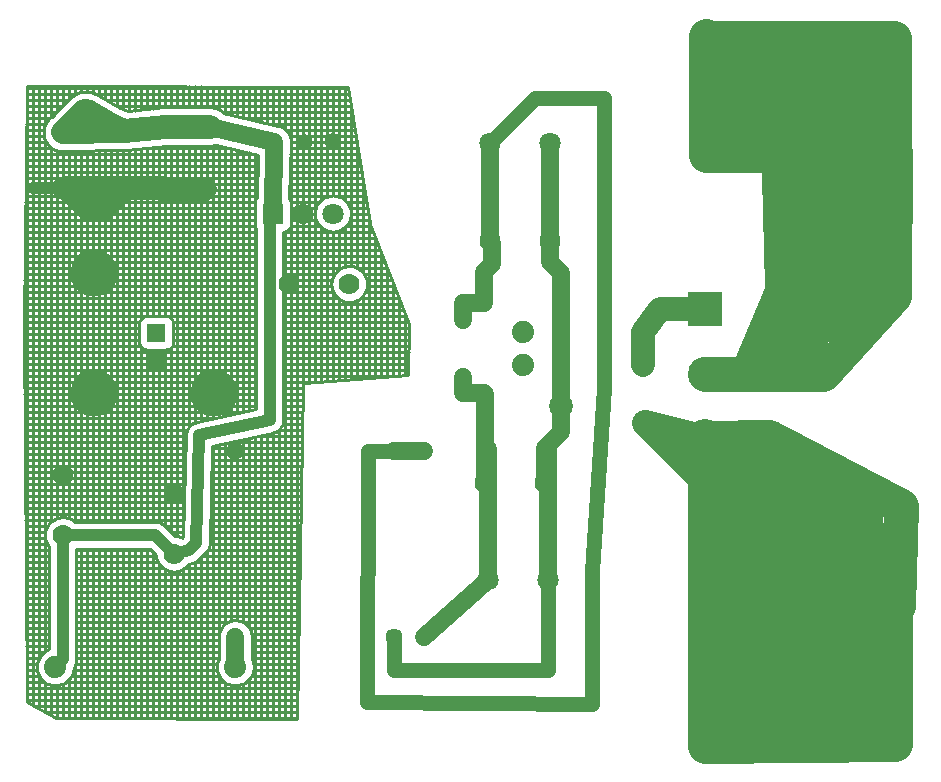
<source format=gbl>
G04 Layer: BottomLayer*
G04 EasyEDA v6.5.34, 2023-10-25 23:35:01*
G04 b0c90d07580345d6a9a575a3640b0f1e,d8e1fe4a71354f51b54a745932dbb16f,10*
G04 Gerber Generator version 0.2*
G04 Scale: 100 percent, Rotated: No, Reflected: No *
G04 Dimensions in millimeters *
G04 leading zeros omitted , absolute positions ,4 integer and 5 decimal *
%FSLAX45Y45*%
%MOMM*%

%ADD10C,3.0000*%
%ADD11C,1.5000*%
%ADD12C,2.3000*%
%ADD13C,2.1000*%
%ADD14C,1.2500*%
%ADD15C,2.0000*%
%ADD16C,1.0000*%
%ADD17C,3.2000*%
%ADD18C,2.2000*%
%ADD19C,0.2540*%
%ADD20R,1.5748X1.5748*%
%ADD21C,2.9000*%
%ADD22R,2.9000X2.9000*%
%ADD23C,1.8796*%
%ADD24C,1.9000*%
%ADD25C,1.8000*%
%ADD26C,1.4000*%
%ADD27C,1.7780*%
%ADD28R,1.8000X1.8000*%
%ADD29C,4.0000*%
%ADD30C,1.4500*%
%ADD31C,0.0144*%

%LPD*%
D10*
X5854700Y1600200D02*
G01*
X5854700Y1600200D01*
X5854700Y609549D01*
X5854700Y3214166D02*
G01*
X5854700Y1600200D01*
D11*
X4542586Y5715000D02*
G01*
X4542586Y4881422D01*
X4544006Y4880000D01*
X4543996Y4880000D01*
D12*
X5346700Y3340100D02*
G01*
X5854700Y3214164D01*
X5854700Y3214164D01*
D13*
X5854700Y3214166D02*
G01*
X5867400Y3201466D01*
X5867400Y2806700D01*
D14*
X4032605Y5715000D02*
G01*
X4413605Y6096000D01*
X5003800Y6096000D01*
X5003192Y4441162D01*
X5003192Y3634130D01*
X4901592Y2089355D01*
X4901592Y961593D01*
X2997200Y977900D01*
X3004207Y3107893D01*
X3085492Y3107893D01*
X3225192Y3107893D01*
D15*
X939190Y5330164D02*
G01*
X1263522Y5330164D01*
X1269390Y5324297D01*
X431190Y5330164D02*
G01*
X461055Y5330164D01*
X635010Y5156210D01*
X635010Y5156210D02*
G01*
X765235Y5156210D01*
X939190Y5330164D01*
X431190Y5330164D02*
G01*
X939190Y5330164D01*
X1269390Y5324297D02*
G01*
X1624990Y5324297D01*
X622310Y5981710D02*
G01*
X600135Y5981710D01*
X431190Y5812764D01*
D11*
X4000500Y3136900D02*
G01*
X3996004Y3132404D01*
X3996004Y2829991D01*
X3987192Y4359097D02*
G01*
X3987192Y4622192D01*
X4051300Y4686300D01*
X4051300Y4686300D02*
G01*
X4051300Y4864709D01*
X4036009Y4880000D01*
X4036006Y4880000D02*
G01*
X4036006Y5711598D01*
X4032605Y5715000D01*
X4508500Y3136900D02*
G01*
X4504004Y3132404D01*
X4504004Y2829991D01*
X4544009Y4880000D02*
G01*
X4544009Y4701590D01*
X4559300Y4686300D01*
X1878990Y1532864D02*
G01*
X1878990Y1277010D01*
D16*
X2196490Y5114264D02*
G01*
X2171090Y5088864D01*
X2171090Y3369967D01*
D11*
X3479190Y3107664D02*
G01*
X3328649Y3107664D01*
X3225190Y3107664D01*
X4000500Y3136900D02*
G01*
X4016611Y3120788D01*
X4016611Y2015462D01*
X3996004Y2829991D02*
G01*
X3996004Y3588283D01*
X3987192Y3597097D01*
X4526582Y2015462D02*
G01*
X4526582Y3118817D01*
X4508500Y3136900D01*
X3479190Y1533552D02*
G01*
X3479190Y1532864D01*
X4016608Y2015464D01*
D14*
X3225190Y1533552D02*
G01*
X3225190Y1254152D01*
X4526579Y1253390D01*
X4526579Y1663090D01*
X4526579Y2015464D01*
D11*
X4634892Y3482797D02*
G01*
X4634892Y4610707D01*
X4559300Y4686300D01*
D16*
X431190Y5330164D02*
G01*
X164490Y5330164D01*
D15*
X5334000Y3835400D02*
G01*
X5334000Y4114800D01*
D11*
X4504004Y2829991D02*
G01*
X4504004Y3132404D01*
X4634892Y3263292D01*
X4634892Y3482797D01*
D10*
X5867400Y5613400D02*
G01*
X6400800Y5613400D01*
D15*
X6464300Y4495800D02*
G01*
X6438900Y5435600D01*
D10*
X7200900Y4177233D02*
G01*
X6921500Y4177233D01*
D15*
X1294790Y5850864D02*
G01*
X1663090Y5850864D01*
D11*
X1663090Y5850864D02*
G01*
X2209190Y5723864D01*
X2209190Y5723864D01*
D15*
X1294790Y5850864D02*
G01*
X1294790Y5850864D01*
X939190Y5812764D01*
D10*
X7467600Y5638800D02*
G01*
X7454900Y4419600D01*
X7429500Y4394200D01*
X7454900Y6604000D02*
G01*
X5880100Y6604000D01*
X5867400Y6616700D01*
X5867400Y6616700D02*
G01*
X5867400Y5613400D01*
D15*
X6261100Y1816100D02*
G01*
X6197600Y2057400D01*
X5905500Y1739900D01*
X6286500Y1765300D01*
D10*
X7467600Y622249D02*
G01*
X5861050Y609549D01*
D15*
X5854700Y1600200D02*
G01*
X5854700Y1092200D01*
X5854700Y1600200D02*
G01*
X5854700Y609600D01*
D11*
X3987190Y3597097D02*
G01*
X3809390Y3597097D01*
X3810000Y3733800D01*
X3810000Y4216400D02*
G01*
X3809390Y4359097D01*
X3987190Y4359097D01*
D15*
X5854700Y4304233D02*
G01*
X5474743Y4304233D01*
X5334000Y4114800D01*
X5334000Y4114749D01*
D10*
X5854700Y3759172D02*
G01*
X6210300Y3759174D01*
X6578600Y4622800D01*
D17*
X5854700Y3214164D02*
G01*
X6642100Y2895600D01*
X6629400Y1803349D01*
D10*
X5854700Y3214164D02*
G01*
X6896100Y2947873D01*
X6807200Y1828800D01*
D18*
X5346700Y3340100D02*
G01*
X5827839Y2858960D01*
X5854700Y2858960D01*
D10*
X7429500Y4394200D02*
G01*
X6858000Y3759200D01*
X7429500Y4394200D02*
G01*
X6858000Y3759200D01*
X5854700Y3759174D01*
X7493000Y1790700D02*
G01*
X7518400Y2641549D01*
X6400800Y3225800D01*
X5854700Y3214164D01*
D16*
X1358900Y2235200D02*
G01*
X1358900Y2235197D01*
X1485292Y2263597D01*
X1548792Y2327097D01*
X1574800Y3238500D01*
X2171092Y3369513D01*
X1358900Y2235197D02*
G01*
X1202484Y2391613D01*
X419100Y2391613D01*
X419100Y2391613D02*
G01*
X419100Y1341119D01*
X354990Y1277010D01*
X419100Y2391613D02*
G01*
X808017Y2391613D01*
D15*
X939190Y5812764D02*
G01*
X419100Y5803900D01*
X622300Y5981700D02*
G01*
X825500Y5867400D01*
X939190Y5812764D01*
D11*
X2209190Y5723864D02*
G01*
X2209190Y5723864D01*
X2196490Y5114264D01*
D19*
X2400275Y838478D02*
G01*
X358939Y842460D01*
X358939Y842460D02*
G01*
X114493Y976905D01*
X114493Y976905D02*
G01*
X89154Y4178270D01*
X89154Y4178270D02*
G01*
X114392Y6197286D01*
X114392Y6197286D02*
G01*
X2833778Y6184696D01*
X2833778Y6184696D02*
G01*
X3022514Y5027115D01*
X3022514Y5027115D02*
G01*
X3023223Y5024513D01*
X3023223Y5024513D02*
G01*
X3352476Y4176053D01*
X3352476Y4176053D02*
G01*
X3340186Y3745886D01*
X3340186Y3745886D02*
G01*
X2462876Y3683220D01*
X2462876Y3683220D02*
G01*
X2458002Y3681884D01*
X2458002Y3681884D02*
G01*
X2454010Y3678783D01*
X2454010Y3678783D02*
G01*
X2451509Y3674391D01*
X2451509Y3674391D02*
G01*
X2450848Y3670531D01*
X2450848Y3670531D02*
G01*
X2400275Y838478D01*
X337361Y1120545D02*
G01*
X354990Y1119555D01*
X354990Y1119555D02*
G01*
X372619Y1120545D01*
X372619Y1120545D02*
G01*
X390027Y1123503D01*
X390027Y1123503D02*
G01*
X406994Y1128391D01*
X406994Y1128391D02*
G01*
X423307Y1135148D01*
X423307Y1135148D02*
G01*
X438761Y1143689D01*
X438761Y1143689D02*
G01*
X453161Y1153907D01*
X453161Y1153907D02*
G01*
X466327Y1165673D01*
X466327Y1165673D02*
G01*
X478093Y1178839D01*
X478093Y1178839D02*
G01*
X488310Y1193239D01*
X488310Y1193239D02*
G01*
X496852Y1208693D01*
X496852Y1208693D02*
G01*
X503609Y1225006D01*
X503609Y1225006D02*
G01*
X508497Y1241973D01*
X508497Y1241973D02*
G01*
X511454Y1259381D01*
X511454Y1259381D02*
G01*
X512445Y1277009D01*
X512445Y1277009D02*
G01*
X517371Y1284382D01*
X517371Y1284382D02*
G01*
X523936Y1297695D01*
X523936Y1297695D02*
G01*
X528707Y1311750D01*
X528707Y1311750D02*
G01*
X531603Y1326308D01*
X531603Y1326308D02*
G01*
X532574Y1341119D01*
X532574Y1341119D02*
G01*
X532574Y2278138D01*
X532574Y2278138D02*
G01*
X1155481Y2278138D01*
X1155481Y2278138D02*
G01*
X1206946Y2226674D01*
X1206946Y2226674D02*
G01*
X1208076Y2213514D01*
X1208076Y2213514D02*
G01*
X1211531Y2196463D01*
X1211531Y2196463D02*
G01*
X1216907Y2179917D01*
X1216907Y2179917D02*
G01*
X1224134Y2164091D01*
X1224134Y2164091D02*
G01*
X1233118Y2149193D01*
X1233118Y2149193D02*
G01*
X1243743Y2135415D01*
X1243743Y2135415D02*
G01*
X1255868Y2122939D01*
X1255868Y2122939D02*
G01*
X1269336Y2111926D01*
X1269336Y2111926D02*
G01*
X1283972Y2102520D01*
X1283972Y2102520D02*
G01*
X1299585Y2094844D01*
X1299585Y2094844D02*
G01*
X1315971Y2088997D01*
X1315971Y2088997D02*
G01*
X1332916Y2085057D01*
X1332916Y2085057D02*
G01*
X1350201Y2083073D01*
X1350201Y2083073D02*
G01*
X1367598Y2083073D01*
X1367598Y2083073D02*
G01*
X1384883Y2085057D01*
X1384883Y2085057D02*
G01*
X1401828Y2088997D01*
X1401828Y2088997D02*
G01*
X1418214Y2094844D01*
X1418214Y2094844D02*
G01*
X1433827Y2102520D01*
X1433827Y2102520D02*
G01*
X1448463Y2111926D01*
X1448463Y2111926D02*
G01*
X1461931Y2122939D01*
X1461931Y2122939D02*
G01*
X1474056Y2135415D01*
X1474056Y2135415D02*
G01*
X1482780Y2146729D01*
X1482780Y2146729D02*
G01*
X1510169Y2152883D01*
X1510169Y2152883D02*
G01*
X1514662Y2153989D01*
X1514662Y2153989D02*
G01*
X1524407Y2157077D01*
X1524407Y2157077D02*
G01*
X1528717Y2158760D01*
X1528717Y2158760D02*
G01*
X1537977Y2163094D01*
X1537977Y2163094D02*
G01*
X1542030Y2165325D01*
X1542030Y2165325D02*
G01*
X1550644Y2170830D01*
X1550644Y2170830D02*
G01*
X1554371Y2173571D01*
X1554371Y2173571D02*
G01*
X1562193Y2180154D01*
X1562193Y2180154D02*
G01*
X1565531Y2183358D01*
X1565531Y2183358D02*
G01*
X1629031Y2246858D01*
X1629031Y2246858D02*
G01*
X1636811Y2255478D01*
X1636811Y2255478D02*
G01*
X1638818Y2258018D01*
X1638818Y2258018D02*
G01*
X1645406Y2267579D01*
X1645406Y2267579D02*
G01*
X1647064Y2270359D01*
X1647064Y2270359D02*
G01*
X1652348Y2280699D01*
X1652348Y2280699D02*
G01*
X1653629Y2283672D01*
X1653629Y2283672D02*
G01*
X1657518Y2294613D01*
X1657518Y2294613D02*
G01*
X1658400Y2297727D01*
X1658400Y2297727D02*
G01*
X1660828Y2309082D01*
X1660828Y2309082D02*
G01*
X1661296Y2312285D01*
X1661296Y2312285D02*
G01*
X1662221Y2323860D01*
X1662221Y2323860D02*
G01*
X1685700Y3146685D01*
X1685700Y3146685D02*
G01*
X2195443Y3258682D01*
X2195443Y3258682D02*
G01*
X2209701Y3262808D01*
X2209701Y3262808D02*
G01*
X2223299Y3268761D01*
X2223299Y3268761D02*
G01*
X2236003Y3276437D01*
X2236003Y3276437D02*
G01*
X2247596Y3285706D01*
X2247596Y3285706D02*
G01*
X2257881Y3296408D01*
X2257881Y3296408D02*
G01*
X2266681Y3308362D01*
X2266681Y3308362D02*
G01*
X2273844Y3321362D01*
X2273844Y3321362D02*
G01*
X2279250Y3335186D01*
X2279250Y3335186D02*
G01*
X2282805Y3349597D01*
X2282805Y3349597D02*
G01*
X2283594Y3355156D01*
X2283594Y3355156D02*
G01*
X2284449Y3364349D01*
X2284449Y3364349D02*
G01*
X2284564Y3369967D01*
X2284564Y3369967D02*
G01*
X2284564Y4960790D01*
X2284564Y4960790D02*
G01*
X2286490Y4960790D01*
X2286490Y4960790D02*
G01*
X2297512Y4961754D01*
X2297512Y4961754D02*
G01*
X2308199Y4964618D01*
X2308199Y4964618D02*
G01*
X2318227Y4969294D01*
X2318227Y4969294D02*
G01*
X2327291Y4975640D01*
X2327291Y4975640D02*
G01*
X2335114Y4983463D01*
X2335114Y4983463D02*
G01*
X2341460Y4992527D01*
X2341460Y4992527D02*
G01*
X2346136Y5002555D01*
X2346136Y5002555D02*
G01*
X2349000Y5013242D01*
X2349000Y5013242D02*
G01*
X2349964Y5024264D01*
X2349964Y5024264D02*
G01*
X2349964Y5204264D01*
X2349964Y5204264D02*
G01*
X2349000Y5215286D01*
X2349000Y5215286D02*
G01*
X2346136Y5225974D01*
X2346136Y5225974D02*
G01*
X2341460Y5236001D01*
X2341460Y5236001D02*
G01*
X2337644Y5241451D01*
X2337644Y5241451D02*
G01*
X2347634Y5720980D01*
X2347634Y5720980D02*
G01*
X2347664Y5723864D01*
X2347664Y5723864D02*
G01*
X2346972Y5737689D01*
X2346972Y5737689D02*
G01*
X2346423Y5742363D01*
X2346423Y5742363D02*
G01*
X2343640Y5757003D01*
X2343640Y5757003D02*
G01*
X2339661Y5770260D01*
X2339661Y5770260D02*
G01*
X2338008Y5774668D01*
X2338008Y5774668D02*
G01*
X2331803Y5788216D01*
X2331803Y5788216D02*
G01*
X2324766Y5800136D01*
X2324766Y5800136D02*
G01*
X2322107Y5804020D01*
X2322107Y5804020D02*
G01*
X2312839Y5815690D01*
X2312839Y5815690D02*
G01*
X2303154Y5825579D01*
X2303154Y5825579D02*
G01*
X2299643Y5828714D01*
X2299643Y5828714D02*
G01*
X2287852Y5837826D01*
X2287852Y5837826D02*
G01*
X2276082Y5845110D01*
X2276082Y5845110D02*
G01*
X2271923Y5847314D01*
X2271923Y5847314D02*
G01*
X2258294Y5853340D01*
X2258294Y5853340D02*
G01*
X2245122Y5857595D01*
X2245122Y5857595D02*
G01*
X2240556Y5858739D01*
X2240556Y5858739D02*
G01*
X1778738Y5966139D01*
X1778738Y5966139D02*
G01*
X1775511Y5969546D01*
X1775511Y5969546D02*
G01*
X1762020Y5981005D01*
X1762020Y5981005D02*
G01*
X1747370Y5990938D01*
X1747370Y5990938D02*
G01*
X1731731Y5999230D01*
X1731731Y5999230D02*
G01*
X1715287Y6005781D01*
X1715287Y6005781D02*
G01*
X1698232Y6010517D01*
X1698232Y6010517D02*
G01*
X1680764Y6013380D01*
X1680764Y6013380D02*
G01*
X1663090Y6014338D01*
X1663090Y6014338D02*
G01*
X1294790Y6014338D01*
X1294790Y6014338D02*
G01*
X1277374Y6013408D01*
X1277374Y6013408D02*
G01*
X968050Y5980266D01*
X968050Y5980266D02*
G01*
X901054Y6012462D01*
X901054Y6012462D02*
G01*
X702445Y6124180D01*
X702445Y6124180D02*
G01*
X690951Y6130075D01*
X690951Y6130075D02*
G01*
X686570Y6132010D01*
X686570Y6132010D02*
G01*
X674507Y6136627D01*
X674507Y6136627D02*
G01*
X669942Y6138077D01*
X669942Y6138077D02*
G01*
X657452Y6141362D01*
X657452Y6141362D02*
G01*
X652755Y6142312D01*
X652755Y6142312D02*
G01*
X639984Y6144226D01*
X639984Y6144226D02*
G01*
X635211Y6144663D01*
X635211Y6144663D02*
G01*
X622310Y6145184D01*
X622310Y6145184D02*
G01*
X600135Y6145184D01*
X600135Y6145184D02*
G01*
X595709Y6145124D01*
X595709Y6145124D02*
G01*
X582461Y6144226D01*
X582461Y6144226D02*
G01*
X578066Y6143687D01*
X578066Y6143687D02*
G01*
X564993Y6141362D01*
X564993Y6141362D02*
G01*
X560683Y6140352D01*
X560683Y6140352D02*
G01*
X547938Y6136627D01*
X547938Y6136627D02*
G01*
X543762Y6135156D01*
X543762Y6135156D02*
G01*
X531494Y6130075D01*
X531494Y6130075D02*
G01*
X527502Y6128162D01*
X527502Y6128162D02*
G01*
X515856Y6121784D01*
X515856Y6121784D02*
G01*
X512093Y6119450D01*
X512093Y6119450D02*
G01*
X501205Y6111850D01*
X501205Y6111850D02*
G01*
X497717Y6109124D01*
X497717Y6109124D02*
G01*
X487714Y6100391D01*
X487714Y6100391D02*
G01*
X484542Y6097304D01*
X484542Y6097304D02*
G01*
X323383Y5936145D01*
X323383Y5936145D02*
G01*
X317966Y5932335D01*
X317966Y5932335D02*
G01*
X304672Y5920648D01*
X304672Y5920648D02*
G01*
X292720Y5907592D01*
X292720Y5907592D02*
G01*
X282250Y5893320D01*
X282250Y5893320D02*
G01*
X273384Y5878000D01*
X273384Y5878000D02*
G01*
X266227Y5861811D01*
X266227Y5861811D02*
G01*
X260861Y5844943D01*
X260861Y5844943D02*
G01*
X257351Y5827594D01*
X257351Y5827594D02*
G01*
X255738Y5809967D01*
X255738Y5809967D02*
G01*
X256039Y5792269D01*
X256039Y5792269D02*
G01*
X258253Y5774707D01*
X258253Y5774707D02*
G01*
X262352Y5757487D01*
X262352Y5757487D02*
G01*
X268289Y5740812D01*
X268289Y5740812D02*
G01*
X275994Y5724877D01*
X275994Y5724877D02*
G01*
X285377Y5709867D01*
X285377Y5709867D02*
G01*
X296327Y5695960D01*
X296327Y5695960D02*
G01*
X308717Y5683319D01*
X308717Y5683319D02*
G01*
X322401Y5672092D01*
X322401Y5672092D02*
G01*
X337219Y5662409D01*
X337219Y5662409D02*
G01*
X352997Y5654386D01*
X352997Y5654386D02*
G01*
X369549Y5648115D01*
X369549Y5648115D02*
G01*
X386683Y5643671D01*
X386683Y5643671D02*
G01*
X404197Y5641106D01*
X404197Y5641106D02*
G01*
X421885Y5640449D01*
X421885Y5640449D02*
G01*
X941976Y5649313D01*
X941976Y5649313D02*
G01*
X956605Y5650220D01*
X956605Y5650220D02*
G01*
X1303522Y5687390D01*
X1303522Y5687390D02*
G01*
X1663090Y5687390D01*
X1663090Y5687390D02*
G01*
X1680764Y5688348D01*
X1680764Y5688348D02*
G01*
X1698232Y5691212D01*
X1698232Y5691212D02*
G01*
X1715287Y5695947D01*
X1715287Y5695947D02*
G01*
X1716252Y5696331D01*
X1716252Y5696331D02*
G01*
X2068406Y5614435D01*
X2068406Y5614435D02*
G01*
X2060771Y5247970D01*
X2060771Y5247970D02*
G01*
X2057866Y5245065D01*
X2057866Y5245065D02*
G01*
X2051519Y5236001D01*
X2051519Y5236001D02*
G01*
X2046844Y5225974D01*
X2046844Y5225974D02*
G01*
X2043980Y5215286D01*
X2043980Y5215286D02*
G01*
X2043015Y5204264D01*
X2043015Y5204264D02*
G01*
X2043015Y5024264D01*
X2043015Y5024264D02*
G01*
X2043980Y5013242D01*
X2043980Y5013242D02*
G01*
X2046844Y5002555D01*
X2046844Y5002555D02*
G01*
X2051519Y4992527D01*
X2051519Y4992527D02*
G01*
X2057615Y4983821D01*
X2057615Y4983821D02*
G01*
X2057615Y3460761D01*
X2057615Y3460761D02*
G01*
X1550449Y3349330D01*
X1550449Y3349330D02*
G01*
X1548568Y3348901D01*
X1548568Y3348901D02*
G01*
X1534383Y3344532D01*
X1534383Y3344532D02*
G01*
X1520889Y3338350D01*
X1520889Y3338350D02*
G01*
X1508317Y3330459D01*
X1508317Y3330459D02*
G01*
X1496882Y3320994D01*
X1496882Y3320994D02*
G01*
X1486781Y3310118D01*
X1486781Y3310118D02*
G01*
X1478186Y3298017D01*
X1478186Y3298017D02*
G01*
X1471244Y3284897D01*
X1471244Y3284897D02*
G01*
X1466074Y3270983D01*
X1466074Y3270983D02*
G01*
X1462764Y3256514D01*
X1462764Y3256514D02*
G01*
X1461371Y3241736D01*
X1461371Y3241736D02*
G01*
X1436651Y2375432D01*
X1436651Y2375432D02*
G01*
X1430622Y2369404D01*
X1430622Y2369404D02*
G01*
X1426131Y2371940D01*
X1426131Y2371940D02*
G01*
X1410105Y2378713D01*
X1410105Y2378713D02*
G01*
X1393412Y2383614D01*
X1393412Y2383614D02*
G01*
X1376269Y2386581D01*
X1376269Y2386581D02*
G01*
X1367491Y2387083D01*
X1367491Y2387083D02*
G01*
X1282722Y2471851D01*
X1282722Y2471851D02*
G01*
X1271563Y2481638D01*
X1271563Y2481638D02*
G01*
X1259221Y2489885D01*
X1259221Y2489885D02*
G01*
X1245909Y2496449D01*
X1245909Y2496449D02*
G01*
X1231853Y2501221D01*
X1231853Y2501221D02*
G01*
X1217295Y2504116D01*
X1217295Y2504116D02*
G01*
X1202484Y2505087D01*
X1202484Y2505087D02*
G01*
X520602Y2505087D01*
X520602Y2505087D02*
G01*
X518884Y2506757D01*
X518884Y2506757D02*
G01*
X505106Y2517381D01*
X505106Y2517381D02*
G01*
X490208Y2526365D01*
X490208Y2526365D02*
G01*
X474382Y2533592D01*
X474382Y2533592D02*
G01*
X457836Y2538969D01*
X457836Y2538969D02*
G01*
X440785Y2542424D01*
X440785Y2542424D02*
G01*
X423451Y2543912D01*
X423451Y2543912D02*
G01*
X406060Y2543416D01*
X406060Y2543416D02*
G01*
X388839Y2540940D01*
X388839Y2540940D02*
G01*
X372013Y2536517D01*
X372013Y2536517D02*
G01*
X355801Y2530205D01*
X355801Y2530205D02*
G01*
X340414Y2522086D01*
X340414Y2522086D02*
G01*
X326052Y2512266D01*
X326052Y2512266D02*
G01*
X312904Y2500873D01*
X312904Y2500873D02*
G01*
X301140Y2488055D01*
X301140Y2488055D02*
G01*
X290914Y2473980D01*
X290914Y2473980D02*
G01*
X282359Y2458831D01*
X282359Y2458831D02*
G01*
X275586Y2442805D01*
X275586Y2442805D02*
G01*
X270685Y2426112D01*
X270685Y2426112D02*
G01*
X267718Y2408969D01*
X267718Y2408969D02*
G01*
X266725Y2391600D01*
X266725Y2391600D02*
G01*
X267718Y2374231D01*
X267718Y2374231D02*
G01*
X270685Y2357088D01*
X270685Y2357088D02*
G01*
X275586Y2340395D01*
X275586Y2340395D02*
G01*
X282359Y2324369D01*
X282359Y2324369D02*
G01*
X290914Y2309220D01*
X290914Y2309220D02*
G01*
X301140Y2295145D01*
X301140Y2295145D02*
G01*
X305625Y2290258D01*
X305625Y2290258D02*
G01*
X305625Y1426389D01*
X305625Y1426389D02*
G01*
X302986Y1425629D01*
X302986Y1425629D02*
G01*
X286673Y1418872D01*
X286673Y1418872D02*
G01*
X271219Y1410330D01*
X271219Y1410330D02*
G01*
X256819Y1400113D01*
X256819Y1400113D02*
G01*
X243653Y1388347D01*
X243653Y1388347D02*
G01*
X231887Y1375181D01*
X231887Y1375181D02*
G01*
X221669Y1360781D01*
X221669Y1360781D02*
G01*
X213128Y1345327D01*
X213128Y1345327D02*
G01*
X206371Y1329014D01*
X206371Y1329014D02*
G01*
X201483Y1312047D01*
X201483Y1312047D02*
G01*
X198525Y1294639D01*
X198525Y1294639D02*
G01*
X197535Y1277010D01*
X197535Y1277010D02*
G01*
X198525Y1259381D01*
X198525Y1259381D02*
G01*
X201483Y1241973D01*
X201483Y1241973D02*
G01*
X206371Y1225006D01*
X206371Y1225006D02*
G01*
X213128Y1208693D01*
X213128Y1208693D02*
G01*
X221669Y1193239D01*
X221669Y1193239D02*
G01*
X231887Y1178839D01*
X231887Y1178839D02*
G01*
X243653Y1165673D01*
X243653Y1165673D02*
G01*
X256819Y1153907D01*
X256819Y1153907D02*
G01*
X271219Y1143689D01*
X271219Y1143689D02*
G01*
X286673Y1135148D01*
X286673Y1135148D02*
G01*
X302986Y1128391D01*
X302986Y1128391D02*
G01*
X319953Y1123503D01*
X319953Y1123503D02*
G01*
X337361Y1120545D01*
X1878990Y1119555D02*
G01*
X1896619Y1120545D01*
X1896619Y1120545D02*
G01*
X1914027Y1123503D01*
X1914027Y1123503D02*
G01*
X1930994Y1128391D01*
X1930994Y1128391D02*
G01*
X1947307Y1135148D01*
X1947307Y1135148D02*
G01*
X1962761Y1143689D01*
X1962761Y1143689D02*
G01*
X1977161Y1153907D01*
X1977161Y1153907D02*
G01*
X1990327Y1165673D01*
X1990327Y1165673D02*
G01*
X2002093Y1178839D01*
X2002093Y1178839D02*
G01*
X2012310Y1193239D01*
X2012310Y1193239D02*
G01*
X2020852Y1208693D01*
X2020852Y1208693D02*
G01*
X2027609Y1225006D01*
X2027609Y1225006D02*
G01*
X2032497Y1241973D01*
X2032497Y1241973D02*
G01*
X2035454Y1259381D01*
X2035454Y1259381D02*
G01*
X2036445Y1277010D01*
X2036445Y1277010D02*
G01*
X2035454Y1294639D01*
X2035454Y1294639D02*
G01*
X2032497Y1312047D01*
X2032497Y1312047D02*
G01*
X2027609Y1329014D01*
X2027609Y1329014D02*
G01*
X2020852Y1345327D01*
X2020852Y1345327D02*
G01*
X2017464Y1351456D01*
X2017464Y1351456D02*
G01*
X2017464Y1532864D01*
X2017464Y1532864D02*
G01*
X2016455Y1549555D01*
X2016455Y1549555D02*
G01*
X2013440Y1566003D01*
X2013440Y1566003D02*
G01*
X2008466Y1581968D01*
X2008466Y1581968D02*
G01*
X2001603Y1597216D01*
X2001603Y1597216D02*
G01*
X1992952Y1611527D01*
X1992952Y1611527D02*
G01*
X1982639Y1624690D01*
X1982639Y1624690D02*
G01*
X1970815Y1636514D01*
X1970815Y1636514D02*
G01*
X1957652Y1646826D01*
X1957652Y1646826D02*
G01*
X1943342Y1655477D01*
X1943342Y1655477D02*
G01*
X1928094Y1662340D01*
X1928094Y1662340D02*
G01*
X1912129Y1667315D01*
X1912129Y1667315D02*
G01*
X1895681Y1670329D01*
X1895681Y1670329D02*
G01*
X1878990Y1671339D01*
X1878990Y1671339D02*
G01*
X1862299Y1670329D01*
X1862299Y1670329D02*
G01*
X1845851Y1667315D01*
X1845851Y1667315D02*
G01*
X1829886Y1662340D01*
X1829886Y1662340D02*
G01*
X1814638Y1655477D01*
X1814638Y1655477D02*
G01*
X1800327Y1646826D01*
X1800327Y1646826D02*
G01*
X1787164Y1636514D01*
X1787164Y1636514D02*
G01*
X1775340Y1624690D01*
X1775340Y1624690D02*
G01*
X1765028Y1611527D01*
X1765028Y1611527D02*
G01*
X1756377Y1597216D01*
X1756377Y1597216D02*
G01*
X1749514Y1581968D01*
X1749514Y1581968D02*
G01*
X1744539Y1566003D01*
X1744539Y1566003D02*
G01*
X1741525Y1549555D01*
X1741525Y1549555D02*
G01*
X1740515Y1532864D01*
X1740515Y1532864D02*
G01*
X1740515Y1351456D01*
X1740515Y1351456D02*
G01*
X1737128Y1345327D01*
X1737128Y1345327D02*
G01*
X1730371Y1329014D01*
X1730371Y1329014D02*
G01*
X1725483Y1312047D01*
X1725483Y1312047D02*
G01*
X1722525Y1294639D01*
X1722525Y1294639D02*
G01*
X1721535Y1277010D01*
X1721535Y1277010D02*
G01*
X1722525Y1259381D01*
X1722525Y1259381D02*
G01*
X1725483Y1241973D01*
X1725483Y1241973D02*
G01*
X1730371Y1225006D01*
X1730371Y1225006D02*
G01*
X1737128Y1208693D01*
X1737128Y1208693D02*
G01*
X1745669Y1193239D01*
X1745669Y1193239D02*
G01*
X1755887Y1178839D01*
X1755887Y1178839D02*
G01*
X1767653Y1165673D01*
X1767653Y1165673D02*
G01*
X1780819Y1153907D01*
X1780819Y1153907D02*
G01*
X1795219Y1143689D01*
X1795219Y1143689D02*
G01*
X1810673Y1135148D01*
X1810673Y1135148D02*
G01*
X1826986Y1128391D01*
X1826986Y1128391D02*
G01*
X1843953Y1123503D01*
X1843953Y1123503D02*
G01*
X1861361Y1120545D01*
X1861361Y1120545D02*
G01*
X1878990Y1119555D01*
X2713252Y4961040D02*
G01*
X2730661Y4963038D01*
X2730661Y4963038D02*
G01*
X2747729Y4967007D01*
X2747729Y4967007D02*
G01*
X2764233Y4972895D01*
X2764233Y4972895D02*
G01*
X2779958Y4980627D01*
X2779958Y4980627D02*
G01*
X2794700Y4990101D01*
X2794700Y4990101D02*
G01*
X2808265Y5001193D01*
X2808265Y5001193D02*
G01*
X2820478Y5013760D01*
X2820478Y5013760D02*
G01*
X2831179Y5027636D01*
X2831179Y5027636D02*
G01*
X2840228Y5042643D01*
X2840228Y5042643D02*
G01*
X2847507Y5058582D01*
X2847507Y5058582D02*
G01*
X2852922Y5075248D01*
X2852922Y5075248D02*
G01*
X2856402Y5092422D01*
X2856402Y5092422D02*
G01*
X2857902Y5109882D01*
X2857902Y5109882D02*
G01*
X2857401Y5127398D01*
X2857401Y5127398D02*
G01*
X2854907Y5144743D01*
X2854907Y5144743D02*
G01*
X2850453Y5161690D01*
X2850453Y5161690D02*
G01*
X2844095Y5178020D01*
X2844095Y5178020D02*
G01*
X2835918Y5193518D01*
X2835918Y5193518D02*
G01*
X2826027Y5207983D01*
X2826027Y5207983D02*
G01*
X2814551Y5221226D01*
X2814551Y5221226D02*
G01*
X2801641Y5233075D01*
X2801641Y5233075D02*
G01*
X2787464Y5243375D01*
X2787464Y5243375D02*
G01*
X2772206Y5251992D01*
X2772206Y5251992D02*
G01*
X2756065Y5258813D01*
X2756065Y5258813D02*
G01*
X2739251Y5263750D01*
X2739251Y5263750D02*
G01*
X2721985Y5266738D01*
X2721985Y5266738D02*
G01*
X2704490Y5267739D01*
X2704490Y5267739D02*
G01*
X2686995Y5266738D01*
X2686995Y5266738D02*
G01*
X2669728Y5263750D01*
X2669728Y5263750D02*
G01*
X2652915Y5258813D01*
X2652915Y5258813D02*
G01*
X2636774Y5251992D01*
X2636774Y5251992D02*
G01*
X2621515Y5243375D01*
X2621515Y5243375D02*
G01*
X2607339Y5233075D01*
X2607339Y5233075D02*
G01*
X2594428Y5221226D01*
X2594428Y5221226D02*
G01*
X2582953Y5207983D01*
X2582953Y5207983D02*
G01*
X2573062Y5193518D01*
X2573062Y5193518D02*
G01*
X2564885Y5178020D01*
X2564885Y5178020D02*
G01*
X2558527Y5161690D01*
X2558527Y5161690D02*
G01*
X2554072Y5144743D01*
X2554072Y5144743D02*
G01*
X2551578Y5127398D01*
X2551578Y5127398D02*
G01*
X2551078Y5109882D01*
X2551078Y5109882D02*
G01*
X2552578Y5092422D01*
X2552578Y5092422D02*
G01*
X2556058Y5075248D01*
X2556058Y5075248D02*
G01*
X2561473Y5058582D01*
X2561473Y5058582D02*
G01*
X2568752Y5042643D01*
X2568752Y5042643D02*
G01*
X2577801Y5027636D01*
X2577801Y5027636D02*
G01*
X2588502Y5013760D01*
X2588502Y5013760D02*
G01*
X2600714Y5001193D01*
X2600714Y5001193D02*
G01*
X2614280Y4990101D01*
X2614280Y4990101D02*
G01*
X2629021Y4980627D01*
X2629021Y4980627D02*
G01*
X2644747Y4972895D01*
X2644747Y4972895D02*
G01*
X2661251Y4967007D01*
X2661251Y4967007D02*
G01*
X2678319Y4963038D01*
X2678319Y4963038D02*
G01*
X2695728Y4961040D01*
X2695728Y4961040D02*
G01*
X2713252Y4961040D01*
X2839839Y4365052D02*
G01*
X2857229Y4365549D01*
X2857229Y4365549D02*
G01*
X2874450Y4368024D01*
X2874450Y4368024D02*
G01*
X2891276Y4372447D01*
X2891276Y4372447D02*
G01*
X2907488Y4378759D01*
X2907488Y4378759D02*
G01*
X2922876Y4386878D01*
X2922876Y4386878D02*
G01*
X2937237Y4396698D01*
X2937237Y4396698D02*
G01*
X2950386Y4408092D01*
X2950386Y4408092D02*
G01*
X2962150Y4420909D01*
X2962150Y4420909D02*
G01*
X2972376Y4434984D01*
X2972376Y4434984D02*
G01*
X2980931Y4450133D01*
X2980931Y4450133D02*
G01*
X2987703Y4466159D01*
X2987703Y4466159D02*
G01*
X2992605Y4482852D01*
X2992605Y4482852D02*
G01*
X2995571Y4499995D01*
X2995571Y4499995D02*
G01*
X2996565Y4517364D01*
X2996565Y4517364D02*
G01*
X2995571Y4534733D01*
X2995571Y4534733D02*
G01*
X2992605Y4551876D01*
X2992605Y4551876D02*
G01*
X2987703Y4568569D01*
X2987703Y4568569D02*
G01*
X2980931Y4584595D01*
X2980931Y4584595D02*
G01*
X2972376Y4599744D01*
X2972376Y4599744D02*
G01*
X2962150Y4613819D01*
X2962150Y4613819D02*
G01*
X2950386Y4626637D01*
X2950386Y4626637D02*
G01*
X2937237Y4638030D01*
X2937237Y4638030D02*
G01*
X2922876Y4647850D01*
X2922876Y4647850D02*
G01*
X2907488Y4655969D01*
X2907488Y4655969D02*
G01*
X2891276Y4662281D01*
X2891276Y4662281D02*
G01*
X2874450Y4666704D01*
X2874450Y4666704D02*
G01*
X2857229Y4669180D01*
X2857229Y4669180D02*
G01*
X2839839Y4669676D01*
X2839839Y4669676D02*
G01*
X2822505Y4668188D01*
X2822505Y4668188D02*
G01*
X2805453Y4664733D01*
X2805453Y4664733D02*
G01*
X2788907Y4659356D01*
X2788907Y4659356D02*
G01*
X2773082Y4652129D01*
X2773082Y4652129D02*
G01*
X2758183Y4643145D01*
X2758183Y4643145D02*
G01*
X2744406Y4632521D01*
X2744406Y4632521D02*
G01*
X2731929Y4620396D01*
X2731929Y4620396D02*
G01*
X2720916Y4606928D01*
X2720916Y4606928D02*
G01*
X2711510Y4592292D01*
X2711510Y4592292D02*
G01*
X2703834Y4576679D01*
X2703834Y4576679D02*
G01*
X2697988Y4560293D01*
X2697988Y4560293D02*
G01*
X2694047Y4543347D01*
X2694047Y4543347D02*
G01*
X2692064Y4526063D01*
X2692064Y4526063D02*
G01*
X2692064Y4508665D01*
X2692064Y4508665D02*
G01*
X2694047Y4491381D01*
X2694047Y4491381D02*
G01*
X2697988Y4474435D01*
X2697988Y4474435D02*
G01*
X2703834Y4458049D01*
X2703834Y4458049D02*
G01*
X2711510Y4442436D01*
X2711510Y4442436D02*
G01*
X2720916Y4427801D01*
X2720916Y4427801D02*
G01*
X2731929Y4414332D01*
X2731929Y4414332D02*
G01*
X2744406Y4402207D01*
X2744406Y4402207D02*
G01*
X2758183Y4391583D01*
X2758183Y4391583D02*
G01*
X2773082Y4382599D01*
X2773082Y4382599D02*
G01*
X2788907Y4375372D01*
X2788907Y4375372D02*
G01*
X2805453Y4369996D01*
X2805453Y4369996D02*
G01*
X2822505Y4366540D01*
X2822505Y4366540D02*
G01*
X2839839Y4365052D01*
X1117423Y3963849D02*
G01*
X1128445Y3962885D01*
X1128445Y3962885D02*
G01*
X1285925Y3962885D01*
X1285925Y3962885D02*
G01*
X1301128Y3964253D01*
X1301128Y3964253D02*
G01*
X1311816Y3967117D01*
X1311816Y3967117D02*
G01*
X1321843Y3971792D01*
X1321843Y3971792D02*
G01*
X1330907Y3978139D01*
X1330907Y3978139D02*
G01*
X1338731Y3985962D01*
X1338731Y3985962D02*
G01*
X1345077Y3995026D01*
X1345077Y3995026D02*
G01*
X1349753Y4005053D01*
X1349753Y4005053D02*
G01*
X1352616Y4015741D01*
X1352616Y4015741D02*
G01*
X1353581Y4026763D01*
X1353581Y4026763D02*
G01*
X1353581Y4184243D01*
X1353581Y4184243D02*
G01*
X1352616Y4195265D01*
X1352616Y4195265D02*
G01*
X1349753Y4205953D01*
X1349753Y4205953D02*
G01*
X1345077Y4215980D01*
X1345077Y4215980D02*
G01*
X1338731Y4225044D01*
X1338731Y4225044D02*
G01*
X1330907Y4232868D01*
X1330907Y4232868D02*
G01*
X1321843Y4239214D01*
X1321843Y4239214D02*
G01*
X1311816Y4243890D01*
X1311816Y4243890D02*
G01*
X1301128Y4246753D01*
X1301128Y4246753D02*
G01*
X1290106Y4247718D01*
X1290106Y4247718D02*
G01*
X1132626Y4247718D01*
X1132626Y4247718D02*
G01*
X1117423Y4246349D01*
X1117423Y4246349D02*
G01*
X1106736Y4243486D01*
X1106736Y4243486D02*
G01*
X1096708Y4238810D01*
X1096708Y4238810D02*
G01*
X1087645Y4232464D01*
X1087645Y4232464D02*
G01*
X1079821Y4224640D01*
X1079821Y4224640D02*
G01*
X1073475Y4215577D01*
X1073475Y4215577D02*
G01*
X1068799Y4205549D01*
X1068799Y4205549D02*
G01*
X1065935Y4194862D01*
X1065935Y4194862D02*
G01*
X1064971Y4183839D01*
X1064971Y4183839D02*
G01*
X1064971Y4026359D01*
X1064971Y4026359D02*
G01*
X1065935Y4015337D01*
X1065935Y4015337D02*
G01*
X1068799Y4004650D01*
X1068799Y4004650D02*
G01*
X1073475Y3994622D01*
X1073475Y3994622D02*
G01*
X1079821Y3985558D01*
X1079821Y3985558D02*
G01*
X1087645Y3977735D01*
X1087645Y3977735D02*
G01*
X1096708Y3971389D01*
X1096708Y3971389D02*
G01*
X1106736Y3966713D01*
X1106736Y3966713D02*
G01*
X1117423Y3963849D01*
X353593Y845400D02*
G01*
X2400399Y845400D01*
X261229Y896200D02*
G01*
X2401306Y896200D01*
X168866Y947000D02*
G01*
X2402213Y947000D01*
X114328Y997800D02*
G01*
X2403120Y997800D01*
X113926Y1048600D02*
G01*
X2404027Y1048600D01*
X113524Y1099400D02*
G01*
X2404934Y1099400D01*
X113121Y1150200D02*
G01*
X262042Y1150200D01*
X447937Y1150200D02*
G01*
X1786042Y1150200D01*
X1971937Y1150200D02*
G01*
X2405842Y1150200D01*
X112719Y1201000D02*
G01*
X217380Y1201000D01*
X492600Y1201000D02*
G01*
X1741380Y1201000D01*
X2016600Y1201000D02*
G01*
X2406749Y1201000D01*
X112317Y1251800D02*
G01*
X199813Y1251800D01*
X510167Y1251800D02*
G01*
X1723813Y1251800D01*
X2034167Y1251800D02*
G01*
X2407656Y1251800D01*
X111915Y1302600D02*
G01*
X199878Y1302600D01*
X525601Y1302600D02*
G01*
X1723878Y1302600D01*
X2034102Y1302600D02*
G01*
X2408563Y1302600D01*
X111513Y1353400D02*
G01*
X217590Y1353400D01*
X532574Y1353400D02*
G01*
X1740515Y1353400D01*
X2017464Y1353400D02*
G01*
X2409470Y1353400D01*
X111111Y1404200D02*
G01*
X262579Y1404200D01*
X532574Y1404200D02*
G01*
X1740515Y1404200D01*
X2017464Y1404200D02*
G01*
X2410377Y1404200D01*
X110709Y1455000D02*
G01*
X305625Y1455000D01*
X532574Y1455000D02*
G01*
X1740515Y1455000D01*
X2017464Y1455000D02*
G01*
X2411284Y1455000D01*
X110307Y1505800D02*
G01*
X305625Y1505800D01*
X532574Y1505800D02*
G01*
X1740515Y1505800D01*
X2017464Y1505800D02*
G01*
X2412192Y1505800D01*
X109905Y1556600D02*
G01*
X305625Y1556600D01*
X532574Y1556600D02*
G01*
X1742816Y1556600D01*
X2015164Y1556600D02*
G01*
X2413099Y1556600D01*
X109503Y1607400D02*
G01*
X305625Y1607400D01*
X532574Y1607400D02*
G01*
X1762533Y1607400D01*
X1995446Y1607400D02*
G01*
X2414006Y1607400D01*
X109101Y1658200D02*
G01*
X305625Y1658200D01*
X532574Y1658200D02*
G01*
X1820689Y1658200D01*
X1937291Y1658200D02*
G01*
X2414913Y1658200D01*
X108699Y1709000D02*
G01*
X305625Y1709000D01*
X532574Y1709000D02*
G01*
X2415820Y1709000D01*
X108296Y1759800D02*
G01*
X305625Y1759800D01*
X532574Y1759800D02*
G01*
X2416727Y1759800D01*
X107894Y1810600D02*
G01*
X305625Y1810600D01*
X532574Y1810600D02*
G01*
X2417634Y1810600D01*
X107492Y1861400D02*
G01*
X305625Y1861400D01*
X532574Y1861400D02*
G01*
X2418542Y1861400D01*
X107090Y1912200D02*
G01*
X305625Y1912200D01*
X532574Y1912200D02*
G01*
X2419449Y1912200D01*
X106688Y1963000D02*
G01*
X305625Y1963000D01*
X532574Y1963000D02*
G01*
X2420356Y1963000D01*
X106286Y2013800D02*
G01*
X305625Y2013800D01*
X532574Y2013800D02*
G01*
X2421263Y2013800D01*
X105884Y2064600D02*
G01*
X305625Y2064600D01*
X532574Y2064600D02*
G01*
X2422170Y2064600D01*
X105482Y2115400D02*
G01*
X305625Y2115400D01*
X532574Y2115400D02*
G01*
X1265087Y2115400D01*
X1452712Y2115400D02*
G01*
X2423077Y2115400D01*
X105080Y2166200D02*
G01*
X305625Y2166200D01*
X532574Y2166200D02*
G01*
X1223171Y2166200D01*
X1543400Y2166200D02*
G01*
X2423984Y2166200D01*
X104678Y2217000D02*
G01*
X305625Y2217000D01*
X532574Y2217000D02*
G01*
X1207776Y2217000D01*
X1599173Y2217000D02*
G01*
X2424892Y2217000D01*
X104276Y2267800D02*
G01*
X305625Y2267800D01*
X532574Y2267800D02*
G01*
X1165819Y2267800D01*
X1645538Y2267800D02*
G01*
X2425799Y2267800D01*
X103874Y2318600D02*
G01*
X285616Y2318600D01*
X1661801Y2318600D02*
G01*
X2426706Y2318600D01*
X103471Y2369400D02*
G01*
X268554Y2369400D01*
X1663520Y2369400D02*
G01*
X2427613Y2369400D01*
X103069Y2420200D02*
G01*
X269662Y2420200D01*
X1334373Y2420200D02*
G01*
X1437929Y2420200D01*
X1664970Y2420200D02*
G01*
X2428520Y2420200D01*
X102667Y2471000D02*
G01*
X289231Y2471000D01*
X1283573Y2471000D02*
G01*
X1439378Y2471000D01*
X1666419Y2471000D02*
G01*
X2429427Y2471000D01*
X102265Y2521800D02*
G01*
X339996Y2521800D01*
X497778Y2521800D02*
G01*
X1440828Y2521800D01*
X1667869Y2521800D02*
G01*
X2430334Y2521800D01*
X101863Y2572600D02*
G01*
X1442277Y2572600D01*
X1669319Y2572600D02*
G01*
X2431242Y2572600D01*
X101461Y2623400D02*
G01*
X1443727Y2623400D01*
X1670768Y2623400D02*
G01*
X2432149Y2623400D01*
X101059Y2674200D02*
G01*
X1445176Y2674200D01*
X1672218Y2674200D02*
G01*
X2433056Y2674200D01*
X100657Y2725000D02*
G01*
X1446626Y2725000D01*
X1673667Y2725000D02*
G01*
X2433963Y2725000D01*
X100255Y2775800D02*
G01*
X1448076Y2775800D01*
X1675117Y2775800D02*
G01*
X2434870Y2775800D01*
X99853Y2826600D02*
G01*
X1449525Y2826600D01*
X1676567Y2826600D02*
G01*
X2435777Y2826600D01*
X99451Y2877400D02*
G01*
X1450975Y2877400D01*
X1678016Y2877400D02*
G01*
X2436684Y2877400D01*
X99049Y2928200D02*
G01*
X1452424Y2928200D01*
X1679466Y2928200D02*
G01*
X2437592Y2928200D01*
X98646Y2979000D02*
G01*
X1453874Y2979000D01*
X1680915Y2979000D02*
G01*
X2438499Y2979000D01*
X98244Y3029800D02*
G01*
X1455323Y3029800D01*
X1682365Y3029800D02*
G01*
X2439406Y3029800D01*
X97842Y3080600D02*
G01*
X1456773Y3080600D01*
X1683815Y3080600D02*
G01*
X2440313Y3080600D01*
X97440Y3131400D02*
G01*
X1458223Y3131400D01*
X1685264Y3131400D02*
G01*
X2441220Y3131400D01*
X97038Y3182200D02*
G01*
X1459672Y3182200D01*
X1847346Y3182200D02*
G01*
X2442127Y3182200D01*
X96636Y3233000D02*
G01*
X1461122Y3233000D01*
X2078557Y3233000D02*
G01*
X2443034Y3233000D01*
X96234Y3283800D02*
G01*
X1470837Y3283800D01*
X2245213Y3283800D02*
G01*
X2443942Y3283800D01*
X95832Y3334600D02*
G01*
X1514915Y3334600D01*
X2279021Y3334600D02*
G01*
X2444849Y3334600D01*
X95430Y3385400D02*
G01*
X1714617Y3385400D01*
X2284564Y3385400D02*
G01*
X2445756Y3385400D01*
X95028Y3436200D02*
G01*
X1945828Y3436200D01*
X2284564Y3436200D02*
G01*
X2446663Y3436200D01*
X94626Y3487000D02*
G01*
X2057615Y3487000D01*
X2284564Y3487000D02*
G01*
X2447570Y3487000D01*
X94224Y3537800D02*
G01*
X2057615Y3537800D01*
X2284564Y3537800D02*
G01*
X2448477Y3537800D01*
X93822Y3588600D02*
G01*
X2057615Y3588600D01*
X2284564Y3588600D02*
G01*
X2449384Y3588600D01*
X93419Y3639400D02*
G01*
X2057615Y3639400D01*
X2284564Y3639400D02*
G01*
X2450292Y3639400D01*
X93017Y3690200D02*
G01*
X2057615Y3690200D01*
X2284564Y3690200D02*
G01*
X2560594Y3690200D01*
X92615Y3741000D02*
G01*
X2057615Y3741000D01*
X2284564Y3741000D02*
G01*
X3271794Y3741000D01*
X92213Y3791800D02*
G01*
X2057615Y3791800D01*
X2284564Y3791800D02*
G01*
X3341497Y3791800D01*
X91811Y3842600D02*
G01*
X2057615Y3842600D01*
X2284564Y3842600D02*
G01*
X3342949Y3842600D01*
X91409Y3893400D02*
G01*
X2057615Y3893400D01*
X2284564Y3893400D02*
G01*
X3344400Y3893400D01*
X91007Y3944200D02*
G01*
X2057615Y3944200D01*
X2284564Y3944200D02*
G01*
X3345852Y3944200D01*
X90605Y3995000D02*
G01*
X1073298Y3995000D01*
X1345059Y3995000D02*
G01*
X2057615Y3995000D01*
X2284564Y3995000D02*
G01*
X3347303Y3995000D01*
X90203Y4045800D02*
G01*
X1064971Y4045800D01*
X1353581Y4045800D02*
G01*
X2057615Y4045800D01*
X2284564Y4045800D02*
G01*
X3348755Y4045800D01*
X89800Y4096600D02*
G01*
X1064971Y4096600D01*
X1353581Y4096600D02*
G01*
X2057615Y4096600D01*
X2284564Y4096600D02*
G01*
X3350206Y4096600D01*
X89398Y4147400D02*
G01*
X1064971Y4147400D01*
X1353581Y4147400D02*
G01*
X2057615Y4147400D01*
X2284564Y4147400D02*
G01*
X3351657Y4147400D01*
X89403Y4198200D02*
G01*
X1066830Y4198200D01*
X1351830Y4198200D02*
G01*
X2057615Y4198200D01*
X2284564Y4198200D02*
G01*
X3343882Y4198200D01*
X90038Y4249000D02*
G01*
X2057615Y4249000D01*
X2284564Y4249000D02*
G01*
X3324168Y4249000D01*
X90673Y4299800D02*
G01*
X2057615Y4299800D01*
X2284564Y4299800D02*
G01*
X3304455Y4299800D01*
X91308Y4350600D02*
G01*
X2057615Y4350600D01*
X2284564Y4350600D02*
G01*
X3284741Y4350600D01*
X91943Y4401400D02*
G01*
X2057615Y4401400D01*
X2284564Y4401400D02*
G01*
X2745452Y4401400D01*
X2942664Y4401400D02*
G01*
X3265028Y4401400D01*
X92578Y4452200D02*
G01*
X2057615Y4452200D01*
X2284564Y4452200D02*
G01*
X2706710Y4452200D01*
X2981804Y4452200D02*
G01*
X3245314Y4452200D01*
X93213Y4503000D02*
G01*
X2057615Y4503000D01*
X2284564Y4503000D02*
G01*
X2692714Y4503000D01*
X2995743Y4503000D02*
G01*
X3225601Y4503000D01*
X93848Y4553800D02*
G01*
X2057615Y4553800D01*
X2284564Y4553800D02*
G01*
X2696478Y4553800D01*
X2992040Y4553800D02*
G01*
X3205887Y4553800D01*
X94483Y4604600D02*
G01*
X2057615Y4604600D01*
X2284564Y4604600D02*
G01*
X2719421Y4604600D01*
X2968847Y4604600D02*
G01*
X3186174Y4604600D01*
X95118Y4655400D02*
G01*
X2057615Y4655400D01*
X2284564Y4655400D02*
G01*
X2780245Y4655400D01*
X2908566Y4655400D02*
G01*
X3166461Y4655400D01*
X95753Y4706200D02*
G01*
X2057615Y4706200D01*
X2284564Y4706200D02*
G01*
X3146747Y4706200D01*
X96388Y4757000D02*
G01*
X2057615Y4757000D01*
X2284564Y4757000D02*
G01*
X3127034Y4757000D01*
X97023Y4807800D02*
G01*
X2057615Y4807800D01*
X2284564Y4807800D02*
G01*
X3107320Y4807800D01*
X97658Y4858600D02*
G01*
X2057615Y4858600D01*
X2284564Y4858600D02*
G01*
X3087607Y4858600D01*
X98293Y4909400D02*
G01*
X2057615Y4909400D01*
X2284564Y4909400D02*
G01*
X3067894Y4909400D01*
X98928Y4960200D02*
G01*
X2057615Y4960200D01*
X2284564Y4960200D02*
G01*
X3048180Y4960200D01*
X99563Y5011000D02*
G01*
X2044580Y5011000D01*
X2348399Y5011000D02*
G01*
X2591183Y5011000D01*
X2817797Y5011000D02*
G01*
X3028467Y5011000D01*
X100198Y5061800D02*
G01*
X2043015Y5061800D01*
X2349964Y5061800D02*
G01*
X2560427Y5061800D01*
X2848553Y5061800D02*
G01*
X3016859Y5061800D01*
X100833Y5112600D02*
G01*
X2043015Y5112600D01*
X2349964Y5112600D02*
G01*
X2551156Y5112600D01*
X2857824Y5112600D02*
G01*
X3008576Y5112600D01*
X101468Y5163400D02*
G01*
X2043015Y5163400D01*
X2349964Y5163400D02*
G01*
X2559193Y5163400D01*
X2849787Y5163400D02*
G01*
X3000294Y5163400D01*
X102103Y5214200D02*
G01*
X2043885Y5214200D01*
X2349095Y5214200D02*
G01*
X2588341Y5214200D01*
X2820639Y5214200D02*
G01*
X2992011Y5214200D01*
X102738Y5265000D02*
G01*
X2061126Y5265000D01*
X2338135Y5265000D02*
G01*
X2676954Y5265000D01*
X2732026Y5265000D02*
G01*
X2983729Y5265000D01*
X103373Y5315800D02*
G01*
X2062184Y5315800D01*
X2339193Y5315800D02*
G01*
X2975446Y5315800D01*
X104008Y5366600D02*
G01*
X2063243Y5366600D01*
X2340251Y5366600D02*
G01*
X2967163Y5366600D01*
X104643Y5417400D02*
G01*
X2064301Y5417400D01*
X2341310Y5417400D02*
G01*
X2958881Y5417400D01*
X105278Y5468200D02*
G01*
X2065359Y5468200D01*
X2342368Y5468200D02*
G01*
X2950598Y5468200D01*
X105913Y5519000D02*
G01*
X2066418Y5519000D01*
X2343426Y5519000D02*
G01*
X2942316Y5519000D01*
X106548Y5569800D02*
G01*
X2067476Y5569800D01*
X2344485Y5569800D02*
G01*
X2934033Y5569800D01*
X107183Y5620600D02*
G01*
X2041894Y5620600D01*
X2345543Y5620600D02*
G01*
X2925750Y5620600D01*
X107818Y5671400D02*
G01*
X323459Y5671400D01*
X1154289Y5671400D02*
G01*
X1823454Y5671400D01*
X2346601Y5671400D02*
G01*
X2917468Y5671400D01*
X108453Y5722200D02*
G01*
X277667Y5722200D01*
X2347647Y5722200D02*
G01*
X2909185Y5722200D01*
X109088Y5773000D02*
G01*
X258659Y5773000D01*
X2338633Y5773000D02*
G01*
X2900903Y5773000D01*
X109723Y5823800D02*
G01*
X257004Y5823800D01*
X2304896Y5823800D02*
G01*
X2892620Y5823800D01*
X110358Y5874600D02*
G01*
X271881Y5874600D01*
X2172354Y5874600D02*
G01*
X2884337Y5874600D01*
X110993Y5925400D02*
G01*
X310077Y5925400D01*
X1953914Y5925400D02*
G01*
X2876055Y5925400D01*
X111628Y5976200D02*
G01*
X363438Y5976200D01*
X1767677Y5976200D02*
G01*
X2867772Y5976200D01*
X112263Y6027000D02*
G01*
X414238Y6027000D01*
X875208Y6027000D02*
G01*
X2859490Y6027000D01*
X112898Y6077800D02*
G01*
X465038Y6077800D01*
X784897Y6077800D02*
G01*
X2851207Y6077800D01*
X113533Y6128600D02*
G01*
X528417Y6128600D01*
X693826Y6128600D02*
G01*
X2842924Y6128600D01*
X114168Y6179400D02*
G01*
X2834642Y6179400D01*
X3314700Y3744065D02*
G01*
X3314700Y4273400D01*
X3263900Y3740437D02*
G01*
X3263900Y4404308D01*
X3213100Y3736808D02*
G01*
X3213100Y4535216D01*
X3162300Y3733179D02*
G01*
X3162300Y4666124D01*
X3111500Y3729551D02*
G01*
X3111500Y4797031D01*
X3060700Y3725922D02*
G01*
X3060700Y4927939D01*
X3009900Y3722294D02*
G01*
X3009900Y5104486D01*
X2959100Y3718665D02*
G01*
X2959100Y4417586D01*
X2959100Y4617142D02*
G01*
X2959100Y5416059D01*
X2908300Y3715037D02*
G01*
X2908300Y4379187D01*
X2908300Y4655541D02*
G01*
X2908300Y5727632D01*
X2857500Y3711408D02*
G01*
X2857500Y4365587D01*
X2857500Y4669141D02*
G01*
X2857500Y5105198D01*
X2857500Y5123961D02*
G01*
X2857500Y6039206D01*
X2806700Y3707779D02*
G01*
X2806700Y4369743D01*
X2806700Y4664985D02*
G01*
X2806700Y4999913D01*
X2806700Y5228433D02*
G01*
X2806700Y6184822D01*
X2755900Y3704151D02*
G01*
X2755900Y4393344D01*
X2755900Y4641384D02*
G01*
X2755900Y4969922D01*
X2755900Y5258862D02*
G01*
X2755900Y6185057D01*
X2705100Y3700522D02*
G01*
X2705100Y4455475D01*
X2705100Y4579253D02*
G01*
X2705100Y4961040D01*
X2705100Y5267704D02*
G01*
X2705100Y6185292D01*
X2654300Y3696894D02*
G01*
X2654300Y4969487D01*
X2654300Y5259220D02*
G01*
X2654300Y6185527D01*
X2603500Y3693265D02*
G01*
X2603500Y4998916D01*
X2603500Y5229551D02*
G01*
X2603500Y6185763D01*
X2552700Y3689637D02*
G01*
X2552700Y5091821D01*
X2552700Y5135195D02*
G01*
X2552700Y6185998D01*
X2501900Y3686008D02*
G01*
X2501900Y6186233D01*
X2451100Y3672002D02*
G01*
X2451100Y6186468D01*
X2400300Y839839D02*
G01*
X2400300Y6186703D01*
X2349500Y838577D02*
G01*
X2349500Y5018951D01*
X2349500Y5209577D02*
G01*
X2349500Y6186938D01*
X2298700Y838677D02*
G01*
X2298700Y4962072D01*
X2298700Y5829443D02*
G01*
X2298700Y6187174D01*
X2247900Y838776D02*
G01*
X2247900Y3286021D01*
X2247900Y5856698D02*
G01*
X2247900Y6187409D01*
X2197100Y838875D02*
G01*
X2197100Y3259161D01*
X2197100Y5868846D02*
G01*
X2197100Y6187644D01*
X2146300Y838974D02*
G01*
X2146300Y3247884D01*
X2146300Y5880660D02*
G01*
X2146300Y6187879D01*
X2095500Y839073D02*
G01*
X2095500Y3236723D01*
X2095500Y5892473D02*
G01*
X2095500Y6188114D01*
X2044700Y839172D02*
G01*
X2044700Y3225562D01*
X2044700Y3457924D02*
G01*
X2044700Y5010556D01*
X2044700Y5217972D02*
G01*
X2044700Y5619948D01*
X2044700Y5904287D02*
G01*
X2044700Y6188350D01*
X1993900Y839271D02*
G01*
X1993900Y1169670D01*
X1993900Y1609959D02*
G01*
X1993900Y3214400D01*
X1993900Y3446762D02*
G01*
X1993900Y5631762D01*
X1993900Y5916101D02*
G01*
X1993900Y6188585D01*
X1943100Y839370D02*
G01*
X1943100Y1133405D01*
X1943100Y1655586D02*
G01*
X1943100Y3203239D01*
X1943100Y3435601D02*
G01*
X1943100Y5643576D01*
X1943100Y5927915D02*
G01*
X1943100Y6188820D01*
X1892300Y839469D02*
G01*
X1892300Y1120303D01*
X1892300Y1670533D02*
G01*
X1892300Y3192077D01*
X1892300Y3424439D02*
G01*
X1892300Y5655390D01*
X1892300Y5939729D02*
G01*
X1892300Y6189055D01*
X1841500Y839568D02*
G01*
X1841500Y1124210D01*
X1841500Y1665959D02*
G01*
X1841500Y3180916D01*
X1841500Y3413278D02*
G01*
X1841500Y5667204D01*
X1841500Y5951543D02*
G01*
X1841500Y6189290D01*
X1790700Y839667D02*
G01*
X1790700Y1146896D01*
X1790700Y1639283D02*
G01*
X1790700Y3169754D01*
X1790700Y3402117D02*
G01*
X1790700Y5679018D01*
X1790700Y5963357D02*
G01*
X1790700Y6189525D01*
X1739900Y839766D02*
G01*
X1739900Y1203679D01*
X1739900Y1350341D02*
G01*
X1739900Y3158593D01*
X1739900Y3390955D02*
G01*
X1739900Y5690832D01*
X1739900Y5994899D02*
G01*
X1739900Y6189761D01*
X1689100Y839865D02*
G01*
X1689100Y3147432D01*
X1689100Y3379794D02*
G01*
X1689100Y5689714D01*
X1689100Y6012014D02*
G01*
X1689100Y6189996D01*
X1638300Y839965D02*
G01*
X1638300Y2257362D01*
X1638300Y3368632D02*
G01*
X1638300Y5687390D01*
X1638300Y6014338D02*
G01*
X1638300Y6190231D01*
X1587500Y840064D02*
G01*
X1587500Y2205327D01*
X1587500Y3357471D02*
G01*
X1587500Y5687390D01*
X1587500Y6014338D02*
G01*
X1587500Y6190466D01*
X1536700Y840163D02*
G01*
X1536700Y2162496D01*
X1536700Y3345246D02*
G01*
X1536700Y5687390D01*
X1536700Y6014338D02*
G01*
X1536700Y6190701D01*
X1485900Y840262D02*
G01*
X1485900Y2147429D01*
X1485900Y3308877D02*
G01*
X1485900Y5687390D01*
X1485900Y6014338D02*
G01*
X1485900Y6190937D01*
X1435100Y840361D02*
G01*
X1435100Y2103338D01*
X1435100Y2373881D02*
G01*
X1435100Y5687390D01*
X1435100Y6014338D02*
G01*
X1435100Y6191172D01*
X1384300Y840460D02*
G01*
X1384300Y2084990D01*
X1384300Y2385191D02*
G01*
X1384300Y5687390D01*
X1384300Y6014338D02*
G01*
X1384300Y6191407D01*
X1333500Y840559D02*
G01*
X1333500Y2084990D01*
X1333500Y2421074D02*
G01*
X1333500Y3980731D01*
X1333500Y4230275D02*
G01*
X1333500Y5687390D01*
X1333500Y6014338D02*
G01*
X1333500Y6191642D01*
X1282700Y840658D02*
G01*
X1282700Y2103338D01*
X1282700Y2471871D02*
G01*
X1282700Y3962885D01*
X1282700Y4247718D02*
G01*
X1282700Y5685159D01*
X1282700Y6013693D02*
G01*
X1282700Y6191877D01*
X1231900Y840757D02*
G01*
X1231900Y2151214D01*
X1231900Y2501205D02*
G01*
X1231900Y3962885D01*
X1231900Y4247718D02*
G01*
X1231900Y5679716D01*
X1231900Y6008536D02*
G01*
X1231900Y6192113D01*
X1181100Y840857D02*
G01*
X1181100Y2252520D01*
X1181100Y2505087D02*
G01*
X1181100Y3962885D01*
X1181100Y4247718D02*
G01*
X1181100Y5674273D01*
X1181100Y6003093D02*
G01*
X1181100Y6192348D01*
X1130300Y840956D02*
G01*
X1130300Y2278138D01*
X1130300Y2505087D02*
G01*
X1130300Y3962885D01*
X1130300Y4247508D02*
G01*
X1130300Y5668830D01*
X1130300Y5997650D02*
G01*
X1130300Y6192583D01*
X1079500Y841055D02*
G01*
X1079500Y2278138D01*
X1079500Y2505087D02*
G01*
X1079500Y3986018D01*
X1079500Y4224181D02*
G01*
X1079500Y5663387D01*
X1079500Y5992207D02*
G01*
X1079500Y6192818D01*
X1028700Y841154D02*
G01*
X1028700Y2278138D01*
X1028700Y2505087D02*
G01*
X1028700Y5657944D01*
X1028700Y5986765D02*
G01*
X1028700Y6193053D01*
X977900Y841253D02*
G01*
X977900Y2278138D01*
X977900Y2505087D02*
G01*
X977900Y5652502D01*
X977900Y5981322D02*
G01*
X977900Y6193288D01*
X927100Y841352D02*
G01*
X927100Y2278138D01*
X927100Y2505087D02*
G01*
X927100Y5649060D01*
X927100Y5999946D02*
G01*
X927100Y6193524D01*
X876300Y841451D02*
G01*
X876300Y2278138D01*
X876300Y2505087D02*
G01*
X876300Y5648194D01*
X876300Y6026386D02*
G01*
X876300Y6193759D01*
X825500Y841550D02*
G01*
X825500Y2278138D01*
X825500Y2505087D02*
G01*
X825500Y5647328D01*
X825500Y6054961D02*
G01*
X825500Y6193994D01*
X774700Y841649D02*
G01*
X774700Y2278138D01*
X774700Y2505087D02*
G01*
X774700Y5646462D01*
X774700Y6083536D02*
G01*
X774700Y6194229D01*
X723900Y841748D02*
G01*
X723900Y2278138D01*
X723900Y2505087D02*
G01*
X723900Y5645597D01*
X723900Y6112111D02*
G01*
X723900Y6194464D01*
X673100Y841847D02*
G01*
X673100Y2278138D01*
X673100Y2505087D02*
G01*
X673100Y5644731D01*
X673100Y6137074D02*
G01*
X673100Y6194700D01*
X622300Y841947D02*
G01*
X622300Y2278138D01*
X622300Y2505087D02*
G01*
X622300Y5643865D01*
X622300Y6145184D02*
G01*
X622300Y6194935D01*
X571500Y842046D02*
G01*
X571500Y2278138D01*
X571500Y2505087D02*
G01*
X571500Y5642999D01*
X571500Y6142519D02*
G01*
X571500Y6195170D01*
X520700Y842145D02*
G01*
X520700Y1291131D01*
X520700Y2505087D02*
G01*
X520700Y5642133D01*
X520700Y6124437D02*
G01*
X520700Y6195405D01*
X469900Y842244D02*
G01*
X469900Y1169670D01*
X469900Y2535049D02*
G01*
X469900Y5641267D01*
X469900Y6082661D02*
G01*
X469900Y6195640D01*
X419100Y842343D02*
G01*
X419100Y1133405D01*
X419100Y2543788D02*
G01*
X419100Y5640552D01*
X419100Y6031861D02*
G01*
X419100Y6195875D01*
X368300Y842442D02*
G01*
X368300Y1120303D01*
X368300Y2535071D02*
G01*
X368300Y5648589D01*
X368300Y5981061D02*
G01*
X368300Y6196111D01*
X317500Y865252D02*
G01*
X317500Y1124210D01*
X317500Y2504855D02*
G01*
X317500Y5676113D01*
X317500Y5931926D02*
G01*
X317500Y6196346D01*
X266700Y893192D02*
G01*
X266700Y1146896D01*
X266700Y1407124D02*
G01*
X266700Y5745276D01*
X266700Y5862881D02*
G01*
X266700Y6196581D01*
X215900Y921132D02*
G01*
X215900Y1203679D01*
X215900Y1350341D02*
G01*
X215900Y6196816D01*
X165100Y949072D02*
G01*
X165100Y6197051D01*
X114300Y1001355D02*
G01*
X114300Y6189898D01*
G36*
X7315200Y5651500D02*
G01*
X7378700Y5651500D01*
X7378700Y4203700D01*
X7315200Y4203700D01*
G37*
G36*
X7086600Y5473700D02*
G01*
X7404100Y5473700D01*
X7404100Y5283200D01*
X7086600Y5283200D01*
G37*
G36*
X6959600Y2768600D02*
G01*
X7366000Y2768600D01*
X7366000Y1714500D01*
X6959600Y1714500D01*
G37*
G36*
X6781800Y2095500D02*
G01*
X7035800Y2095500D01*
X7035800Y1689100D01*
X6781800Y1689100D01*
G37*
G36*
X6432550Y5543550D02*
G01*
X7435850Y5543550D01*
X7435850Y4210050D01*
X6432550Y4210050D01*
G37*
G36*
X5880100Y6616700D02*
G01*
X7607300Y6616700D01*
X7607300Y5473700D01*
X5880100Y5473700D01*
G37*
G36*
X5854700Y1803400D02*
G01*
X7620000Y1803400D01*
X7620000Y609600D01*
X5854700Y609600D01*
G37*
G36*
X5969000Y3136900D02*
G01*
X6591300Y3136900D01*
X6591300Y1739900D01*
X5969000Y1739900D01*
G37*
G36*
X5435600Y3340100D02*
G01*
X5880100Y3340100D01*
X5880100Y3111500D01*
X5435600Y3111500D01*
G37*
G36*
X6400800Y4229100D02*
G01*
X6896100Y4229100D01*
X6896100Y3835400D01*
X6400800Y3835400D01*
G37*
D20*
G01*
X1207185Y4105097D03*
G01*
X1207185Y3851097D03*
D21*
G01*
X5854700Y3214166D03*
D22*
G01*
X5854700Y4304207D03*
D21*
G01*
X5854700Y3759174D03*
D23*
G01*
X1878990Y1277010D03*
G01*
X354990Y1277010D03*
D18*
G01*
X5854700Y1600200D03*
G01*
X5854700Y1092200D03*
D24*
G01*
X939190Y5812764D03*
D25*
G01*
X431190Y5812764D03*
D24*
G01*
X939190Y5330164D03*
D25*
G01*
X431190Y5330164D03*
D20*
G01*
X1211376Y3850436D03*
G01*
X1211376Y4105503D03*
D26*
G01*
X2209190Y5723864D03*
G01*
X2463190Y5723864D03*
D27*
G01*
X4504004Y2829991D03*
G01*
X3996004Y2829991D03*
G01*
X1358900Y2743200D03*
G01*
X1358900Y2235200D03*
G01*
X4544009Y4880000D03*
G01*
X4036009Y4880000D03*
G01*
X2844190Y4517364D03*
G01*
X2336190Y4517364D03*
D28*
G01*
X2196490Y5114264D03*
D25*
G01*
X2450490Y5114264D03*
G01*
X2704490Y5114264D03*
G01*
X4032605Y5715000D03*
G01*
X4542586Y5715000D03*
G01*
X4526584Y2015464D03*
G01*
X4016603Y2015464D03*
D23*
G01*
X4318000Y4114800D03*
G01*
X5334000Y4114800D03*
G01*
X4318000Y3835400D03*
G01*
X5334000Y3835400D03*
D27*
G01*
X419100Y2901594D03*
G01*
X419100Y2391613D03*
D18*
G01*
X5867400Y6616700D03*
G01*
X5867400Y6108700D03*
D29*
G01*
X685190Y3597097D03*
G01*
X685190Y4613097D03*
G01*
X1701190Y3597097D03*
D25*
G01*
X1624990Y5324297D03*
G01*
X1269390Y5324297D03*
G01*
X1663090Y5850864D03*
G01*
X1294790Y5850864D03*
D15*
G01*
X5346700Y3340100D03*
G01*
X4634890Y3482797D03*
D18*
G01*
X5854700Y609600D03*
D30*
G01*
X1878990Y1532864D03*
G01*
X3225190Y1532864D03*
G01*
X3479190Y1532864D03*
G01*
X1878990Y3107664D03*
G01*
X3225190Y3107664D03*
G01*
X3479190Y3107664D03*
D25*
G01*
X622300Y5981700D03*
G01*
X635000Y5156200D03*
D18*
G01*
X6388100Y609600D03*
G01*
X6400800Y5613400D03*
G01*
X5867400Y5613400D03*
G01*
X6832600Y622300D03*
G01*
X6832600Y1079500D03*
G01*
X7150100Y1079500D03*
G01*
X7150100Y622300D03*
G01*
X7467600Y1079500D03*
G01*
X7467600Y622300D03*
G01*
X6832600Y6616700D03*
G01*
X7150100Y6616700D03*
G01*
X7454900Y6604000D03*
G01*
X7454900Y6108700D03*
G01*
X7150100Y6108700D03*
G01*
X6832600Y6108700D03*
D26*
G01*
X2705100Y5727700D03*
D18*
G01*
X6400800Y6616700D03*
G01*
X6400800Y6108700D03*
G01*
X6388100Y1600200D03*
G01*
X6388100Y1092200D03*
M02*

</source>
